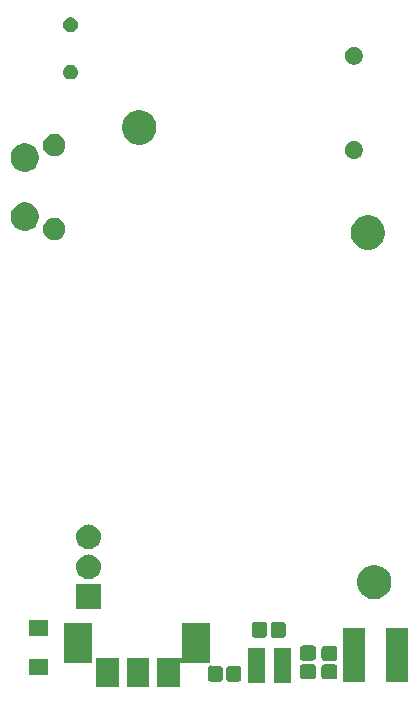
<source format=gbr>
G04 #@! TF.GenerationSoftware,KiCad,Pcbnew,(5.0.1)-rc2*
G04 #@! TF.CreationDate,2019-10-07T13:01:37-07:00*
G04 #@! TF.ProjectId,GPSLogger,4750534C6F676765722E6B696361645F,rev?*
G04 #@! TF.SameCoordinates,Original*
G04 #@! TF.FileFunction,Soldermask,Bot*
G04 #@! TF.FilePolarity,Negative*
%FSLAX46Y46*%
G04 Gerber Fmt 4.6, Leading zero omitted, Abs format (unit mm)*
G04 Created by KiCad (PCBNEW (5.0.1)-rc2) date 10/7/2019 1:01:37 PM*
%MOMM*%
%LPD*%
G01*
G04 APERTURE LIST*
%ADD10C,0.100000*%
G04 APERTURE END LIST*
D10*
G36*
X148200000Y-120037967D02*
X148190408Y-120028375D01*
X148170034Y-120014761D01*
X148147395Y-120005383D01*
X148123362Y-120000602D01*
X148111108Y-120000000D01*
X145745000Y-120000000D01*
X145720614Y-120002402D01*
X145697165Y-120009515D01*
X145675554Y-120021066D01*
X145656612Y-120036612D01*
X145641066Y-120055554D01*
X145629515Y-120077165D01*
X145622402Y-120100614D01*
X145620000Y-120125000D01*
X145620000Y-122000000D01*
X143720000Y-122000000D01*
X143720000Y-119600000D01*
X145675000Y-119600000D01*
X145699386Y-119597598D01*
X145722835Y-119590485D01*
X145744446Y-119578934D01*
X145763388Y-119563388D01*
X145778934Y-119544446D01*
X145790485Y-119522835D01*
X145797598Y-119499386D01*
X145800000Y-119475000D01*
X145800000Y-116600000D01*
X148200000Y-116600000D01*
X148200000Y-120037967D01*
X148200000Y-120037967D01*
G37*
G36*
X143035000Y-122000000D02*
X141135000Y-122000000D01*
X141135000Y-119600000D01*
X143035000Y-119600000D01*
X143035000Y-122000000D01*
X143035000Y-122000000D01*
G37*
G36*
X140450000Y-122000000D02*
X138550000Y-122000000D01*
X138550000Y-119600000D01*
X140450000Y-119600000D01*
X140450000Y-122000000D01*
X140450000Y-122000000D01*
G37*
G36*
X152876000Y-121693000D02*
X151416000Y-121693000D01*
X151416000Y-118743000D01*
X152876000Y-118743000D01*
X152876000Y-121693000D01*
X152876000Y-121693000D01*
G37*
G36*
X155076000Y-121693000D02*
X153616000Y-121693000D01*
X153616000Y-118743000D01*
X155076000Y-118743000D01*
X155076000Y-121693000D01*
X155076000Y-121693000D01*
G37*
G36*
X161350000Y-121600000D02*
X159450000Y-121600000D01*
X159450000Y-117000000D01*
X161350000Y-117000000D01*
X161350000Y-121600000D01*
X161350000Y-121600000D01*
G37*
G36*
X164950000Y-121600000D02*
X163050000Y-121600000D01*
X163050000Y-117000000D01*
X164950000Y-117000000D01*
X164950000Y-121600000D01*
X164950000Y-121600000D01*
G37*
G36*
X148236612Y-120188388D02*
X148255554Y-120203934D01*
X148277165Y-120215485D01*
X148300614Y-120222598D01*
X148325000Y-120225000D01*
X149000109Y-120225000D01*
X149056122Y-120230517D01*
X149104085Y-120245066D01*
X149148275Y-120268686D01*
X149187018Y-120300482D01*
X149218814Y-120339225D01*
X149242434Y-120383415D01*
X149256983Y-120431378D01*
X149262500Y-120487391D01*
X149262500Y-121312609D01*
X149256983Y-121368622D01*
X149242434Y-121416585D01*
X149218814Y-121460775D01*
X149187018Y-121499518D01*
X149148275Y-121531314D01*
X149104085Y-121554934D01*
X149056122Y-121569483D01*
X149000109Y-121575000D01*
X148249891Y-121575000D01*
X148193878Y-121569483D01*
X148145915Y-121554934D01*
X148101725Y-121531314D01*
X148062982Y-121499518D01*
X148031186Y-121460775D01*
X148007566Y-121416585D01*
X147993017Y-121368622D01*
X147987500Y-121312609D01*
X147987500Y-120487391D01*
X147993017Y-120431378D01*
X148007566Y-120383415D01*
X148031186Y-120339225D01*
X148062982Y-120300482D01*
X148101725Y-120268686D01*
X148145916Y-120245066D01*
X148147392Y-120244618D01*
X148170031Y-120235241D01*
X148190406Y-120221627D01*
X148207733Y-120204300D01*
X148221347Y-120183926D01*
X148225239Y-120174531D01*
X148236612Y-120188388D01*
X148236612Y-120188388D01*
G37*
G36*
X150631122Y-120230517D02*
X150679085Y-120245066D01*
X150723275Y-120268686D01*
X150762018Y-120300482D01*
X150793814Y-120339225D01*
X150817434Y-120383415D01*
X150831983Y-120431378D01*
X150837500Y-120487391D01*
X150837500Y-121312609D01*
X150831983Y-121368622D01*
X150817434Y-121416585D01*
X150793814Y-121460775D01*
X150762018Y-121499518D01*
X150723275Y-121531314D01*
X150679085Y-121554934D01*
X150631122Y-121569483D01*
X150575109Y-121575000D01*
X149824891Y-121575000D01*
X149768878Y-121569483D01*
X149720915Y-121554934D01*
X149676725Y-121531314D01*
X149637982Y-121499518D01*
X149606186Y-121460775D01*
X149582566Y-121416585D01*
X149568017Y-121368622D01*
X149562500Y-121312609D01*
X149562500Y-120487391D01*
X149568017Y-120431378D01*
X149582566Y-120383415D01*
X149606186Y-120339225D01*
X149637982Y-120300482D01*
X149676725Y-120268686D01*
X149720915Y-120245066D01*
X149768878Y-120230517D01*
X149824891Y-120225000D01*
X150575109Y-120225000D01*
X150631122Y-120230517D01*
X150631122Y-120230517D01*
G37*
G36*
X158768622Y-120119517D02*
X158816585Y-120134066D01*
X158860775Y-120157686D01*
X158899518Y-120189482D01*
X158931314Y-120228225D01*
X158954934Y-120272415D01*
X158969483Y-120320378D01*
X158975000Y-120376391D01*
X158975000Y-121126609D01*
X158969483Y-121182622D01*
X158954934Y-121230585D01*
X158931314Y-121274775D01*
X158899518Y-121313518D01*
X158860775Y-121345314D01*
X158816585Y-121368934D01*
X158768622Y-121383483D01*
X158712609Y-121389000D01*
X157887391Y-121389000D01*
X157831378Y-121383483D01*
X157783415Y-121368934D01*
X157739225Y-121345314D01*
X157700482Y-121313518D01*
X157668686Y-121274775D01*
X157645066Y-121230585D01*
X157630517Y-121182622D01*
X157625000Y-121126609D01*
X157625000Y-120376391D01*
X157630517Y-120320378D01*
X157645066Y-120272415D01*
X157668686Y-120228225D01*
X157700482Y-120189482D01*
X157739225Y-120157686D01*
X157783415Y-120134066D01*
X157831378Y-120119517D01*
X157887391Y-120114000D01*
X158712609Y-120114000D01*
X158768622Y-120119517D01*
X158768622Y-120119517D01*
G37*
G36*
X156932622Y-120094017D02*
X156980585Y-120108566D01*
X157024775Y-120132186D01*
X157063518Y-120163982D01*
X157095314Y-120202725D01*
X157118934Y-120246915D01*
X157133483Y-120294878D01*
X157139000Y-120350891D01*
X157139000Y-121101109D01*
X157133483Y-121157122D01*
X157118934Y-121205085D01*
X157095314Y-121249275D01*
X157063518Y-121288018D01*
X157024775Y-121319814D01*
X156980585Y-121343434D01*
X156932622Y-121357983D01*
X156876609Y-121363500D01*
X156051391Y-121363500D01*
X155995378Y-121357983D01*
X155947415Y-121343434D01*
X155903225Y-121319814D01*
X155864482Y-121288018D01*
X155832686Y-121249275D01*
X155809066Y-121205085D01*
X155794517Y-121157122D01*
X155789000Y-121101109D01*
X155789000Y-120350891D01*
X155794517Y-120294878D01*
X155809066Y-120246915D01*
X155832686Y-120202725D01*
X155864482Y-120163982D01*
X155903225Y-120132186D01*
X155947415Y-120108566D01*
X155995378Y-120094017D01*
X156051391Y-120088500D01*
X156876609Y-120088500D01*
X156932622Y-120094017D01*
X156932622Y-120094017D01*
G37*
G36*
X134500000Y-121000000D02*
X132900000Y-121000000D01*
X132900000Y-119700000D01*
X134500000Y-119700000D01*
X134500000Y-121000000D01*
X134500000Y-121000000D01*
G37*
G36*
X138200000Y-120000000D02*
X135800000Y-120000000D01*
X135800000Y-116600000D01*
X138200000Y-116600000D01*
X138200000Y-120000000D01*
X138200000Y-120000000D01*
G37*
G36*
X158768622Y-118544517D02*
X158816585Y-118559066D01*
X158860775Y-118582686D01*
X158899518Y-118614482D01*
X158931314Y-118653225D01*
X158954934Y-118697415D01*
X158969483Y-118745378D01*
X158975000Y-118801391D01*
X158975000Y-119551609D01*
X158969483Y-119607622D01*
X158954934Y-119655585D01*
X158931314Y-119699775D01*
X158899518Y-119738518D01*
X158860775Y-119770314D01*
X158816585Y-119793934D01*
X158768622Y-119808483D01*
X158712609Y-119814000D01*
X157887391Y-119814000D01*
X157831378Y-119808483D01*
X157783415Y-119793934D01*
X157739225Y-119770314D01*
X157700482Y-119738518D01*
X157668686Y-119699775D01*
X157645066Y-119655585D01*
X157630517Y-119607622D01*
X157625000Y-119551609D01*
X157625000Y-118801391D01*
X157630517Y-118745378D01*
X157645066Y-118697415D01*
X157668686Y-118653225D01*
X157700482Y-118614482D01*
X157739225Y-118582686D01*
X157783415Y-118559066D01*
X157831378Y-118544517D01*
X157887391Y-118539000D01*
X158712609Y-118539000D01*
X158768622Y-118544517D01*
X158768622Y-118544517D01*
G37*
G36*
X156932622Y-118519017D02*
X156980585Y-118533566D01*
X157024775Y-118557186D01*
X157063518Y-118588982D01*
X157095314Y-118627725D01*
X157118934Y-118671915D01*
X157133483Y-118719878D01*
X157139000Y-118775891D01*
X157139000Y-119526109D01*
X157133483Y-119582122D01*
X157118934Y-119630085D01*
X157095314Y-119674275D01*
X157063518Y-119713018D01*
X157024775Y-119744814D01*
X156980585Y-119768434D01*
X156932622Y-119782983D01*
X156876609Y-119788500D01*
X156051391Y-119788500D01*
X155995378Y-119782983D01*
X155947415Y-119768434D01*
X155903225Y-119744814D01*
X155864482Y-119713018D01*
X155832686Y-119674275D01*
X155809066Y-119630085D01*
X155794517Y-119582122D01*
X155789000Y-119526109D01*
X155789000Y-118775891D01*
X155794517Y-118719878D01*
X155809066Y-118671915D01*
X155832686Y-118627725D01*
X155864482Y-118588982D01*
X155903225Y-118557186D01*
X155947415Y-118533566D01*
X155995378Y-118519017D01*
X156051391Y-118513500D01*
X156876609Y-118513500D01*
X156932622Y-118519017D01*
X156932622Y-118519017D01*
G37*
G36*
X152805622Y-116500517D02*
X152853585Y-116515066D01*
X152897775Y-116538686D01*
X152936518Y-116570482D01*
X152968314Y-116609225D01*
X152991934Y-116653415D01*
X153006483Y-116701378D01*
X153012000Y-116757391D01*
X153012000Y-117582609D01*
X153006483Y-117638622D01*
X152991934Y-117686585D01*
X152968314Y-117730775D01*
X152936518Y-117769518D01*
X152897775Y-117801314D01*
X152853585Y-117824934D01*
X152805622Y-117839483D01*
X152749609Y-117845000D01*
X151999391Y-117845000D01*
X151943378Y-117839483D01*
X151895415Y-117824934D01*
X151851225Y-117801314D01*
X151812482Y-117769518D01*
X151780686Y-117730775D01*
X151757066Y-117686585D01*
X151742517Y-117638622D01*
X151737000Y-117582609D01*
X151737000Y-116757391D01*
X151742517Y-116701378D01*
X151757066Y-116653415D01*
X151780686Y-116609225D01*
X151812482Y-116570482D01*
X151851225Y-116538686D01*
X151895415Y-116515066D01*
X151943378Y-116500517D01*
X151999391Y-116495000D01*
X152749609Y-116495000D01*
X152805622Y-116500517D01*
X152805622Y-116500517D01*
G37*
G36*
X154380622Y-116500517D02*
X154428585Y-116515066D01*
X154472775Y-116538686D01*
X154511518Y-116570482D01*
X154543314Y-116609225D01*
X154566934Y-116653415D01*
X154581483Y-116701378D01*
X154587000Y-116757391D01*
X154587000Y-117582609D01*
X154581483Y-117638622D01*
X154566934Y-117686585D01*
X154543314Y-117730775D01*
X154511518Y-117769518D01*
X154472775Y-117801314D01*
X154428585Y-117824934D01*
X154380622Y-117839483D01*
X154324609Y-117845000D01*
X153574391Y-117845000D01*
X153518378Y-117839483D01*
X153470415Y-117824934D01*
X153426225Y-117801314D01*
X153387482Y-117769518D01*
X153355686Y-117730775D01*
X153332066Y-117686585D01*
X153317517Y-117638622D01*
X153312000Y-117582609D01*
X153312000Y-116757391D01*
X153317517Y-116701378D01*
X153332066Y-116653415D01*
X153355686Y-116609225D01*
X153387482Y-116570482D01*
X153426225Y-116538686D01*
X153470415Y-116515066D01*
X153518378Y-116500517D01*
X153574391Y-116495000D01*
X154324609Y-116495000D01*
X154380622Y-116500517D01*
X154380622Y-116500517D01*
G37*
G36*
X134500000Y-117700000D02*
X132900000Y-117700000D01*
X132900000Y-116400000D01*
X134500000Y-116400000D01*
X134500000Y-117700000D01*
X134500000Y-117700000D01*
G37*
G36*
X138950000Y-115450000D02*
X136850000Y-115450000D01*
X136850000Y-113350000D01*
X138950000Y-113350000D01*
X138950000Y-115450000D01*
X138950000Y-115450000D01*
G37*
G36*
X162522947Y-111755722D02*
X162786833Y-111865027D01*
X163024324Y-112023713D01*
X163226287Y-112225676D01*
X163384973Y-112463167D01*
X163494278Y-112727053D01*
X163550000Y-113007186D01*
X163550000Y-113292814D01*
X163494278Y-113572947D01*
X163384973Y-113836833D01*
X163226287Y-114074324D01*
X163024324Y-114276287D01*
X162786833Y-114434973D01*
X162522947Y-114544278D01*
X162242814Y-114600000D01*
X161957186Y-114600000D01*
X161677053Y-114544278D01*
X161413167Y-114434973D01*
X161175676Y-114276287D01*
X160973713Y-114074324D01*
X160815027Y-113836833D01*
X160705722Y-113572947D01*
X160650000Y-113292814D01*
X160650000Y-113007186D01*
X160705722Y-112727053D01*
X160815027Y-112463167D01*
X160973713Y-112225676D01*
X161175676Y-112023713D01*
X161413167Y-111865027D01*
X161677053Y-111755722D01*
X161957186Y-111700000D01*
X162242814Y-111700000D01*
X162522947Y-111755722D01*
X162522947Y-111755722D01*
G37*
G36*
X138028707Y-110817597D02*
X138105836Y-110825193D01*
X138237787Y-110865220D01*
X138303763Y-110885233D01*
X138486172Y-110982733D01*
X138646054Y-111113946D01*
X138777267Y-111273828D01*
X138874767Y-111456237D01*
X138874767Y-111456238D01*
X138934807Y-111654164D01*
X138955080Y-111860000D01*
X138934807Y-112065836D01*
X138894780Y-112197787D01*
X138874767Y-112263763D01*
X138777267Y-112446172D01*
X138646054Y-112606054D01*
X138486172Y-112737267D01*
X138303763Y-112834767D01*
X138237787Y-112854780D01*
X138105836Y-112894807D01*
X138028707Y-112902403D01*
X137951580Y-112910000D01*
X137848420Y-112910000D01*
X137771293Y-112902403D01*
X137694164Y-112894807D01*
X137562213Y-112854780D01*
X137496237Y-112834767D01*
X137313828Y-112737267D01*
X137153946Y-112606054D01*
X137022733Y-112446172D01*
X136925233Y-112263763D01*
X136905220Y-112197787D01*
X136865193Y-112065836D01*
X136844920Y-111860000D01*
X136865193Y-111654164D01*
X136925233Y-111456238D01*
X136925233Y-111456237D01*
X137022733Y-111273828D01*
X137153946Y-111113946D01*
X137313828Y-110982733D01*
X137496237Y-110885233D01*
X137562213Y-110865220D01*
X137694164Y-110825193D01*
X137771293Y-110817597D01*
X137848420Y-110810000D01*
X137951580Y-110810000D01*
X138028707Y-110817597D01*
X138028707Y-110817597D01*
G37*
G36*
X138028707Y-108277597D02*
X138105836Y-108285193D01*
X138237787Y-108325220D01*
X138303763Y-108345233D01*
X138486172Y-108442733D01*
X138646054Y-108573946D01*
X138777267Y-108733828D01*
X138874767Y-108916237D01*
X138874767Y-108916238D01*
X138934807Y-109114164D01*
X138955080Y-109320000D01*
X138934807Y-109525836D01*
X138894780Y-109657787D01*
X138874767Y-109723763D01*
X138777267Y-109906172D01*
X138646054Y-110066054D01*
X138486172Y-110197267D01*
X138303763Y-110294767D01*
X138237787Y-110314780D01*
X138105836Y-110354807D01*
X138028707Y-110362403D01*
X137951580Y-110370000D01*
X137848420Y-110370000D01*
X137771293Y-110362403D01*
X137694164Y-110354807D01*
X137562213Y-110314780D01*
X137496237Y-110294767D01*
X137313828Y-110197267D01*
X137153946Y-110066054D01*
X137022733Y-109906172D01*
X136925233Y-109723763D01*
X136905220Y-109657787D01*
X136865193Y-109525836D01*
X136844920Y-109320000D01*
X136865193Y-109114164D01*
X136925233Y-108916238D01*
X136925233Y-108916237D01*
X137022733Y-108733828D01*
X137153946Y-108573946D01*
X137313828Y-108442733D01*
X137496237Y-108345233D01*
X137562213Y-108325220D01*
X137694164Y-108285193D01*
X137771293Y-108277597D01*
X137848420Y-108270000D01*
X137951580Y-108270000D01*
X138028707Y-108277597D01*
X138028707Y-108277597D01*
G37*
G36*
X161972947Y-82155722D02*
X162236833Y-82265027D01*
X162474324Y-82423713D01*
X162676287Y-82625676D01*
X162834973Y-82863167D01*
X162944278Y-83127053D01*
X163000000Y-83407186D01*
X163000000Y-83692814D01*
X162944278Y-83972947D01*
X162834973Y-84236833D01*
X162676287Y-84474324D01*
X162474324Y-84676287D01*
X162236833Y-84834973D01*
X161972947Y-84944278D01*
X161692814Y-85000000D01*
X161407186Y-85000000D01*
X161127053Y-84944278D01*
X160863167Y-84834973D01*
X160625676Y-84676287D01*
X160423713Y-84474324D01*
X160265027Y-84236833D01*
X160155722Y-83972947D01*
X160100000Y-83692814D01*
X160100000Y-83407186D01*
X160155722Y-83127053D01*
X160265027Y-82863167D01*
X160423713Y-82625676D01*
X160625676Y-82423713D01*
X160863167Y-82265027D01*
X161127053Y-82155722D01*
X161407186Y-82100000D01*
X161692814Y-82100000D01*
X161972947Y-82155722D01*
X161972947Y-82155722D01*
G37*
G36*
X135139451Y-82299127D02*
X135277105Y-82326508D01*
X135449994Y-82398121D01*
X135605590Y-82502087D01*
X135737913Y-82634410D01*
X135841879Y-82790006D01*
X135913492Y-82962895D01*
X135913902Y-82964958D01*
X135950000Y-83146432D01*
X135950000Y-83333568D01*
X135940873Y-83379452D01*
X135913492Y-83517105D01*
X135841879Y-83689994D01*
X135737913Y-83845590D01*
X135605590Y-83977913D01*
X135449994Y-84081879D01*
X135277105Y-84153492D01*
X135139452Y-84180873D01*
X135093568Y-84190000D01*
X134906432Y-84190000D01*
X134860548Y-84180873D01*
X134722895Y-84153492D01*
X134550006Y-84081879D01*
X134394410Y-83977913D01*
X134262087Y-83845590D01*
X134158121Y-83689994D01*
X134086508Y-83517105D01*
X134059127Y-83379452D01*
X134050000Y-83333568D01*
X134050000Y-83146432D01*
X134086098Y-82964958D01*
X134086508Y-82962895D01*
X134158121Y-82790006D01*
X134262087Y-82634410D01*
X134394410Y-82502087D01*
X134550006Y-82398121D01*
X134722895Y-82326508D01*
X134860548Y-82299127D01*
X134906432Y-82290000D01*
X135093568Y-82290000D01*
X135139451Y-82299127D01*
X135139451Y-82299127D01*
G37*
G36*
X132850026Y-81046115D02*
X133068412Y-81136573D01*
X133264958Y-81267901D01*
X133432099Y-81435042D01*
X133563427Y-81631588D01*
X133653885Y-81849974D01*
X133700000Y-82081809D01*
X133700000Y-82318191D01*
X133653885Y-82550026D01*
X133563427Y-82768412D01*
X133432099Y-82964958D01*
X133264958Y-83132099D01*
X133068412Y-83263427D01*
X132850026Y-83353885D01*
X132618191Y-83400000D01*
X132381809Y-83400000D01*
X132149974Y-83353885D01*
X131931588Y-83263427D01*
X131735042Y-83132099D01*
X131567901Y-82964958D01*
X131436573Y-82768412D01*
X131346115Y-82550026D01*
X131300000Y-82318191D01*
X131300000Y-82081809D01*
X131346115Y-81849974D01*
X131436573Y-81631588D01*
X131567901Y-81435042D01*
X131735042Y-81267901D01*
X131931588Y-81136573D01*
X132149974Y-81046115D01*
X132381809Y-81000000D01*
X132618191Y-81000000D01*
X132850026Y-81046115D01*
X132850026Y-81046115D01*
G37*
G36*
X132850026Y-76046115D02*
X133068412Y-76136573D01*
X133264958Y-76267901D01*
X133432099Y-76435042D01*
X133563427Y-76631588D01*
X133653885Y-76849974D01*
X133700000Y-77081809D01*
X133700000Y-77318191D01*
X133653885Y-77550026D01*
X133563427Y-77768412D01*
X133432099Y-77964958D01*
X133264958Y-78132099D01*
X133068412Y-78263427D01*
X132850026Y-78353885D01*
X132618191Y-78400000D01*
X132381809Y-78400000D01*
X132149974Y-78353885D01*
X131931588Y-78263427D01*
X131735042Y-78132099D01*
X131567901Y-77964958D01*
X131436573Y-77768412D01*
X131346115Y-77550026D01*
X131300000Y-77318191D01*
X131300000Y-77081809D01*
X131346115Y-76849974D01*
X131436573Y-76631588D01*
X131567901Y-76435042D01*
X131735042Y-76267901D01*
X131931588Y-76136573D01*
X132149974Y-76046115D01*
X132381809Y-76000000D01*
X132618191Y-76000000D01*
X132850026Y-76046115D01*
X132850026Y-76046115D01*
G37*
G36*
X160522318Y-75822411D02*
X160594767Y-75836822D01*
X160651303Y-75860240D01*
X160731257Y-75893358D01*
X160854100Y-75975439D01*
X160958561Y-76079900D01*
X161040642Y-76202743D01*
X161097178Y-76339234D01*
X161126000Y-76484130D01*
X161126000Y-76631870D01*
X161097178Y-76776766D01*
X161040642Y-76913257D01*
X160958561Y-77036100D01*
X160854100Y-77140561D01*
X160731257Y-77222642D01*
X160651303Y-77255760D01*
X160594767Y-77279178D01*
X160522318Y-77293589D01*
X160449870Y-77308000D01*
X160302130Y-77308000D01*
X160229682Y-77293589D01*
X160157233Y-77279178D01*
X160100697Y-77255760D01*
X160020743Y-77222642D01*
X159897900Y-77140561D01*
X159793439Y-77036100D01*
X159711358Y-76913257D01*
X159654822Y-76776766D01*
X159626000Y-76631870D01*
X159626000Y-76484130D01*
X159654822Y-76339234D01*
X159711358Y-76202743D01*
X159793439Y-76079900D01*
X159897900Y-75975439D01*
X160020743Y-75893358D01*
X160100697Y-75860240D01*
X160157233Y-75836822D01*
X160229682Y-75822411D01*
X160302130Y-75808000D01*
X160449870Y-75808000D01*
X160522318Y-75822411D01*
X160522318Y-75822411D01*
G37*
G36*
X135139451Y-75219127D02*
X135277105Y-75246508D01*
X135449994Y-75318121D01*
X135605590Y-75422087D01*
X135737913Y-75554410D01*
X135841879Y-75710006D01*
X135913492Y-75882895D01*
X135915573Y-75893358D01*
X135945959Y-76046115D01*
X135950000Y-76066433D01*
X135950000Y-76253567D01*
X135913492Y-76437105D01*
X135841879Y-76609994D01*
X135737913Y-76765590D01*
X135605590Y-76897913D01*
X135449994Y-77001879D01*
X135277105Y-77073492D01*
X135139451Y-77100873D01*
X135093568Y-77110000D01*
X134906432Y-77110000D01*
X134860549Y-77100873D01*
X134722895Y-77073492D01*
X134550006Y-77001879D01*
X134394410Y-76897913D01*
X134262087Y-76765590D01*
X134158121Y-76609994D01*
X134086508Y-76437105D01*
X134050000Y-76253567D01*
X134050000Y-76066433D01*
X134054042Y-76046115D01*
X134084427Y-75893358D01*
X134086508Y-75882895D01*
X134158121Y-75710006D01*
X134262087Y-75554410D01*
X134394410Y-75422087D01*
X134550006Y-75318121D01*
X134722895Y-75246508D01*
X134860549Y-75219127D01*
X134906432Y-75210000D01*
X135093568Y-75210000D01*
X135139451Y-75219127D01*
X135139451Y-75219127D01*
G37*
G36*
X142622947Y-73255722D02*
X142886833Y-73365027D01*
X143124324Y-73523713D01*
X143326287Y-73725676D01*
X143484973Y-73963167D01*
X143594278Y-74227053D01*
X143650000Y-74507186D01*
X143650000Y-74792814D01*
X143594278Y-75072947D01*
X143484973Y-75336833D01*
X143326287Y-75574324D01*
X143124324Y-75776287D01*
X142886833Y-75934973D01*
X142622947Y-76044278D01*
X142342814Y-76100000D01*
X142057186Y-76100000D01*
X141777053Y-76044278D01*
X141513167Y-75934973D01*
X141275676Y-75776287D01*
X141073713Y-75574324D01*
X140915027Y-75336833D01*
X140805722Y-75072947D01*
X140750000Y-74792814D01*
X140750000Y-74507186D01*
X140805722Y-74227053D01*
X140915027Y-73963167D01*
X141073713Y-73725676D01*
X141275676Y-73523713D01*
X141513167Y-73365027D01*
X141777053Y-73255722D01*
X142057186Y-73200000D01*
X142342814Y-73200000D01*
X142622947Y-73255722D01*
X142622947Y-73255722D01*
G37*
G36*
X136562303Y-69361018D02*
X136562305Y-69361019D01*
X136562306Y-69361019D01*
X136676048Y-69408132D01*
X136676049Y-69408133D01*
X136778417Y-69476533D01*
X136865467Y-69563583D01*
X136865469Y-69563586D01*
X136933868Y-69665952D01*
X136980981Y-69779694D01*
X137005000Y-69900443D01*
X137005000Y-70023557D01*
X136980981Y-70144306D01*
X136933868Y-70258048D01*
X136933867Y-70258049D01*
X136865467Y-70360417D01*
X136778417Y-70447467D01*
X136778414Y-70447469D01*
X136676048Y-70515868D01*
X136562306Y-70562981D01*
X136562305Y-70562981D01*
X136562303Y-70562982D01*
X136441559Y-70587000D01*
X136318441Y-70587000D01*
X136197697Y-70562982D01*
X136197695Y-70562981D01*
X136197694Y-70562981D01*
X136083952Y-70515868D01*
X135981586Y-70447469D01*
X135981583Y-70447467D01*
X135894533Y-70360417D01*
X135826133Y-70258049D01*
X135826132Y-70258048D01*
X135779019Y-70144306D01*
X135755000Y-70023557D01*
X135755000Y-69900443D01*
X135779019Y-69779694D01*
X135826132Y-69665952D01*
X135894531Y-69563586D01*
X135894533Y-69563583D01*
X135981583Y-69476533D01*
X136083951Y-69408133D01*
X136083952Y-69408132D01*
X136197694Y-69361019D01*
X136197695Y-69361019D01*
X136197697Y-69361018D01*
X136318441Y-69337000D01*
X136441559Y-69337000D01*
X136562303Y-69361018D01*
X136562303Y-69361018D01*
G37*
G36*
X160522318Y-67842411D02*
X160594767Y-67856822D01*
X160651303Y-67880240D01*
X160731257Y-67913358D01*
X160854100Y-67995439D01*
X160958561Y-68099900D01*
X161040642Y-68222743D01*
X161097178Y-68359234D01*
X161126000Y-68504130D01*
X161126000Y-68651870D01*
X161097178Y-68796766D01*
X161040642Y-68933257D01*
X160958561Y-69056100D01*
X160854100Y-69160561D01*
X160731257Y-69242642D01*
X160651303Y-69275760D01*
X160594767Y-69299178D01*
X160522318Y-69313589D01*
X160449870Y-69328000D01*
X160302130Y-69328000D01*
X160229682Y-69313589D01*
X160157233Y-69299178D01*
X160100697Y-69275760D01*
X160020743Y-69242642D01*
X159897900Y-69160561D01*
X159793439Y-69056100D01*
X159711358Y-68933257D01*
X159654822Y-68796766D01*
X159626000Y-68651870D01*
X159626000Y-68504130D01*
X159654822Y-68359234D01*
X159711358Y-68222743D01*
X159793439Y-68099900D01*
X159897900Y-67995439D01*
X160020743Y-67913358D01*
X160100697Y-67880240D01*
X160157233Y-67856822D01*
X160229682Y-67842411D01*
X160302130Y-67828000D01*
X160449870Y-67828000D01*
X160522318Y-67842411D01*
X160522318Y-67842411D01*
G37*
G36*
X136562303Y-65361018D02*
X136562305Y-65361019D01*
X136562306Y-65361019D01*
X136676048Y-65408132D01*
X136676049Y-65408133D01*
X136778417Y-65476533D01*
X136865467Y-65563583D01*
X136865469Y-65563586D01*
X136933868Y-65665952D01*
X136980981Y-65779694D01*
X137005000Y-65900443D01*
X137005000Y-66023557D01*
X136980981Y-66144306D01*
X136933868Y-66258048D01*
X136933867Y-66258049D01*
X136865467Y-66360417D01*
X136778417Y-66447467D01*
X136778414Y-66447469D01*
X136676048Y-66515868D01*
X136562306Y-66562981D01*
X136562305Y-66562981D01*
X136562303Y-66562982D01*
X136441559Y-66587000D01*
X136318441Y-66587000D01*
X136197697Y-66562982D01*
X136197695Y-66562981D01*
X136197694Y-66562981D01*
X136083952Y-66515868D01*
X135981586Y-66447469D01*
X135981583Y-66447467D01*
X135894533Y-66360417D01*
X135826133Y-66258049D01*
X135826132Y-66258048D01*
X135779019Y-66144306D01*
X135755000Y-66023557D01*
X135755000Y-65900443D01*
X135779019Y-65779694D01*
X135826132Y-65665952D01*
X135894531Y-65563586D01*
X135894533Y-65563583D01*
X135981583Y-65476533D01*
X136083951Y-65408133D01*
X136083952Y-65408132D01*
X136197694Y-65361019D01*
X136197695Y-65361019D01*
X136197697Y-65361018D01*
X136318441Y-65337000D01*
X136441559Y-65337000D01*
X136562303Y-65361018D01*
X136562303Y-65361018D01*
G37*
M02*

</source>
